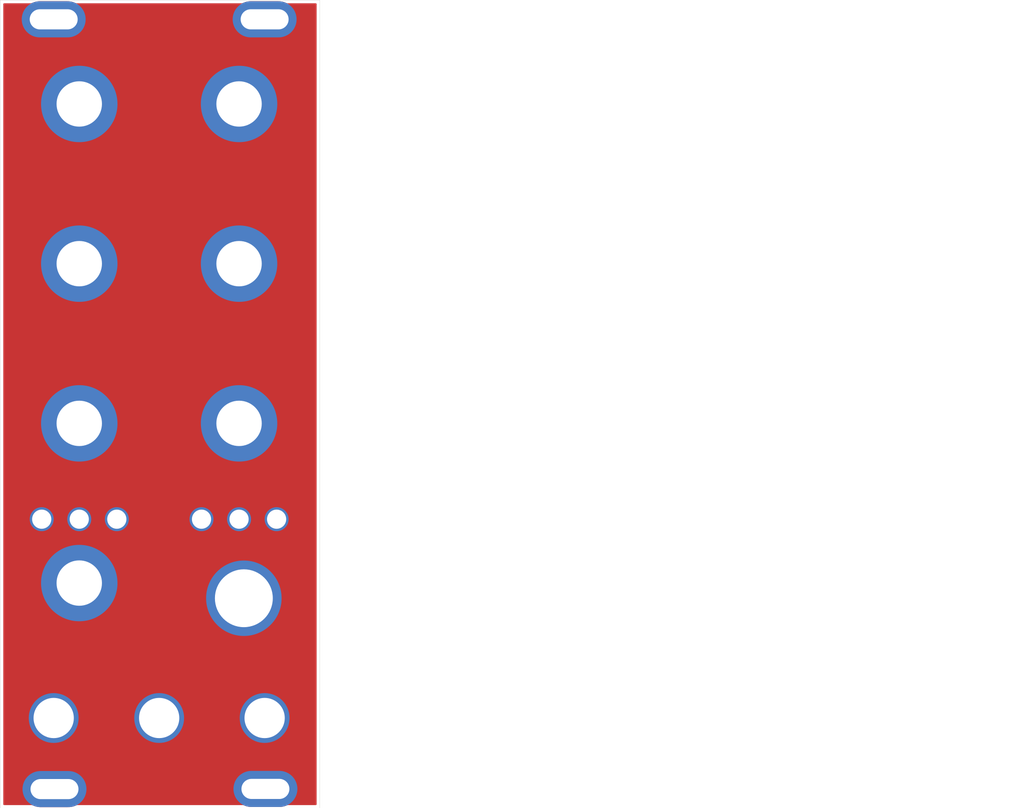
<source format=kicad_pcb>
(kicad_pcb (version 20240108) (generator "pcbnew") (generator_version "8.0")
  (title_block (rev "2"))
  (layers (0 "F.Cu" signal) (31 "B.Cu" signal) (34 "B.Paste" user) (35 "F.Paste" user) (36 "B.SilkS" user "B.Silkscreen") (37 "F.SilkS" user "F.Silkscreen") (38 "B.Mask" user) (39 "F.Mask" user) (44 "Edge.Cuts" user))
  (net 0 "")
  (net 1 "GND")
  (footprint "synthesis:thonkiconn_panel" (layer "F.Cu") (at 98.933 147.32)
    (property "Reference" "REF**" (at 0 -0.5 0) (layer "F.SilkS") (effects (font (thickness 0.1))))
    (property "Value" "thonkiconn_panel" (hide yes))
    (pad "" thru_hole circle (at 0 0) (size 7.9248 7.9248) (drill 6.4008) (layers "*.Cu" "*.Mask") (net 1 "GND"))
  )
  (footprint "synthesis:PANEL_KNOB_SPECTRUM_SMALL" (layer "F.Cu") (at 102.997 125.857)
    (property "Reference" "REF**" (at 0 -0.5 0) (layer "F.SilkS") (effects (font (thickness 0.1))))
    (property "Value" "PANEL_KNOB_SPECTRUM_SMALL")
    (pad "" thru_hole circle (at 0 0) (size 12.15 12.15) (drill 7.2136) (layers "*.Cu" "*.Mask") (net 1 "GND"))
  )
  (footprint "synthesis:PANEL_KNOB_SPECTRUM_SMALL" (layer "F.Cu") (at 102.997 100.457)
    (property "Reference" "REF**" (at 0 -0.5 0) (layer "F.SilkS") (effects (font (thickness 0.1))))
    (property "Value" "PANEL_KNOB_SPECTRUM_SMALL")
    (pad "" thru_hole circle (at 0 0) (size 12.15 12.15) (drill 7.2136) (layers "*.Cu" "*.Mask") (net 1 "GND"))
  )
  (footprint "synthesis:PANEL_MOUNTING_HOLE" (layer "F.Cu") (at 132.588 158.5976)
    (property "Reference" "REF**" (hide yes))
    (property "Value" "PANEL_MOUNTING_HOLE" (hide yes))
    (pad "" thru_hole oval (at 0 0) (size 10.16 5.7404) (drill oval 7.62 3.2004) (layers "*.Cu" "*.Mask") (net 1 "GND"))
  )
  (footprint "synthesis:3mm_led_faceplate_hole" (layer "F.Cu") (at 122.428 115.697)
    (property "Reference" "REF**" (hide yes))
    (property "Value" "3mm_led_faceplate_hole" (hide yes))
    (pad "" thru_hole circle (at 0 0) (size 3.81 3.81) (drill 3.048) (layers "*.Cu" "*.Mask") (net 1 "GND"))
  )
  (footprint "synthesis:PANEL_KNOB_SPECTRUM_SMALL" (layer "F.Cu") (at 102.997 75.057)
    (property "Reference" "REF**" (at 0 -0.5 0) (layer "F.SilkS") (effects (font (thickness 0.1))))
    (property "Value" "PANEL_KNOB_SPECTRUM_SMALL")
    (pad "" thru_hole circle (at 0 0) (size 12.15 12.15) (drill 7.2136) (layers "*.Cu" "*.Mask") (net 1 "GND"))
  )
  (footprint "synthesis:thonkiconn_panel" (layer "F.Cu") (at 115.697 147.32)
    (property "Reference" "REF**" (at 0 -0.5 0) (layer "F.SilkS") (effects (font (thickness 0.1))))
    (property "Value" "thonkiconn_panel" (hide yes))
    (pad "" thru_hole circle (at 0 0) (size 7.9248 7.9248) (drill 6.4008) (layers "*.Cu" "*.Mask") (net 1 "GND"))
  )
  (footprint "synthesis:3mm_led_faceplate_hole" (layer "F.Cu") (at 134.366 115.697)
    (property "Reference" "REF**" (hide yes))
    (property "Value" "3mm_led_faceplate_hole" (hide yes))
    (pad "" thru_hole circle (at 0 0) (size 3.81 3.81) (drill 3.048) (layers "*.Cu" "*.Mask") (net 1 "GND"))
  )
  (footprint "synthesis:PANEL_MOUNTING_HOLE" (layer "F.Cu") (at 99.06 158.623)
    (property "Reference" "REF**" (hide yes))
    (property "Value" "PANEL_MOUNTING_HOLE" (hide yes))
    (pad "" thru_hole oval (at 0 0) (size 10.16 5.7404) (drill oval 7.62 3.2004) (layers "*.Cu" "*.Mask") (net 1 "GND"))
  )
  (footprint "synthesis:PANEL_MOUNTING_HOLE" (layer "F.Cu") (at 98.933 36.195)
    (property "Reference" "REF**" (hide yes))
    (property "Value" "PANEL_MOUNTING_HOLE" (hide yes))
    (pad "" thru_hole oval (at 0 0) (size 10.16 5.7404) (drill oval 7.62 3.2004) (layers "*.Cu" "*.Mask") (net 1 "GND"))
  )
  (footprint "synthesis:3mm_led_faceplate_hole" (layer "F.Cu") (at 128.397 115.697)
    (property "Reference" "REF**" (hide yes))
    (property "Value" "3mm_led_faceplate_hole" (hide yes))
    (pad "" thru_hole circle (at 0 0) (size 3.81 3.81) (drill 3.048) (layers "*.Cu" "*.Mask") (net 1 "GND"))
  )
  (footprint "synthesis:PANEL_MOUNTING_HOLE" (layer "F.Cu") (at 132.461 36.195)
    (property "Reference" "REF**" (hide yes))
    (property "Value" "PANEL_MOUNTING_HOLE" (hide yes))
    (pad "" thru_hole oval (at 0 0) (size 10.16 5.7404) (drill oval 7.62 3.2004) (layers "*.Cu" "*.Mask") (net 1 "GND"))
  )
  (footprint "synthesis:PANEL_KNOB_SPECTRUM_SMALL" (layer "F.Cu") (at 128.397 49.657)
    (property "Reference" "REF**" (at 0 -0.5 0) (layer "F.SilkS") (effects (font (thickness 0.1))))
    (property "Value" "PANEL_KNOB_SPECTRUM_SMALL")
    (pad "" thru_hole circle (at 0 0) (size 12.15 12.15) (drill 7.2136) (layers "*.Cu" "*.Mask") (net 1 "GND"))
  )
  (footprint "synthesis:thonkiconn_panel" (layer "F.Cu") (at 132.461 147.32)
    (property "Reference" "REF**" (at 0 -0.5 0) (layer "F.SilkS") (effects (font (thickness 0.1))))
    (property "Value" "thonkiconn_panel" (hide yes))
    (pad "" thru_hole circle (at 0 0) (size 7.9248 7.9248) (drill 6.4008) (layers "*.Cu" "*.Mask") (net 1 "GND"))
  )
  (footprint "synthesis:3mm_led_faceplate_hole" (layer "F.Cu") (at 97.028 115.697)
    (property "Reference" "REF**" (hide yes))
    (property "Value" "3mm_led_faceplate_hole" (hide yes))
    (pad "" thru_hole circle (at 0 0) (size 3.81 3.81) (drill 3.048) (layers "*.Cu" "*.Mask") (net 1 "GND"))
  )
  (footprint "synthesis:PANEL_KNOB_SPECTRUM_SMALL" (layer "F.Cu") (at 128.397 75.057)
    (property "Reference" "REF**" (at 0 -0.5 0) (layer "F.SilkS") (effects (font (thickness 0.1))))
    (property "Value" "PANEL_KNOB_SPECTRUM_SMALL")
    (pad "" thru_hole circle (at 0 0) (size 12.15 12.15) (drill 7.2136) (layers "*.Cu" "*.Mask") (net 1 "GND"))
  )
  (footprint "synthesis:PANEL_JACK_0.25''" (layer "F.Cu") (at 129.159 128.27)
    (property "Reference" "REF**" (hide yes))
    (property "Value" "PANEL_JACK_0.25''")
    (pad "" thru_hole circle (at 0 0) (size 12 12) (drill 9.2) (layers "*.Cu" "*.Mask") (net 1 "GND"))
  )
  (footprint "synthesis:3mm_led_faceplate_hole" (layer "F.Cu") (at 102.997 115.697)
    (property "Reference" "REF**" (hide yes))
    (property "Value" "3mm_led_faceplate_hole" (hide yes))
    (pad "" thru_hole circle (at 0 0) (size 3.81 3.81) (drill 3.048) (layers "*.Cu" "*.Mask") (net 1 "GND"))
  )
  (footprint "synthesis:PANEL_KNOB_SPECTRUM_SMALL" (layer "F.Cu") (at 128.397 100.457)
    (property "Reference" "REF**" (at 0 -0.5 0) (layer "F.SilkS") (effects (font (thickness 0.1))))
    (property "Value" "PANEL_KNOB_SPECTRUM_SMALL")
    (pad "" thru_hole circle (at 0 0) (size 12.15 12.15) (drill 7.2136) (layers "*.Cu" "*.Mask") (net 1 "GND"))
  )
  (footprint "synthesis:3mm_led_faceplate_hole" (layer "F.Cu") (at 108.966 115.697)
    (property "Reference" "REF**" (hide yes))
    (property "Value" "3mm_led_faceplate_hole" (hide yes))
    (pad "" thru_hole circle (at 0 0) (size 3.81 3.81) (drill 3.048) (layers "*.Cu" "*.Mask") (net 1 "GND"))
  )
  (footprint "synthesis:PANEL_KNOB_SPECTRUM_SMALL" (layer "F.Cu") (at 102.997 49.657)
    (property "Reference" "REF**" (at 0 -0.5 0) (layer "F.SilkS") (effects (font (thickness 0.1))))
    (property "Value" "PANEL_KNOB_SPECTRUM_SMALL")
    (pad "" thru_hole circle (at 0 0) (size 12.15 12.15) (drill 7.2136) (layers "*.Cu" "*.Mask") (net 1 "GND"))
  )
  (gr_rect (start 90.424 33.147) (end 141.224 161.671) (stroke (width 0.05)) (fill none) (layer "Edge.Cuts"))
  (zone (net 1) (net_name "GND") (layer "F.Cu") (priority 2) (connect_pads (clearance 0.5)) (min_thickness 0.25) (fill yes (thermal_gap 0.5) (thermal_bridge_width 0.5) (island_removal_mode 1) (island_area_min 9.999998))
    (polygon (pts (xy 90.424 33.274) (xy 140.97 33.274) (xy 141.224 161.671) (xy 90.424 161.671)))
  )
)
</source>
